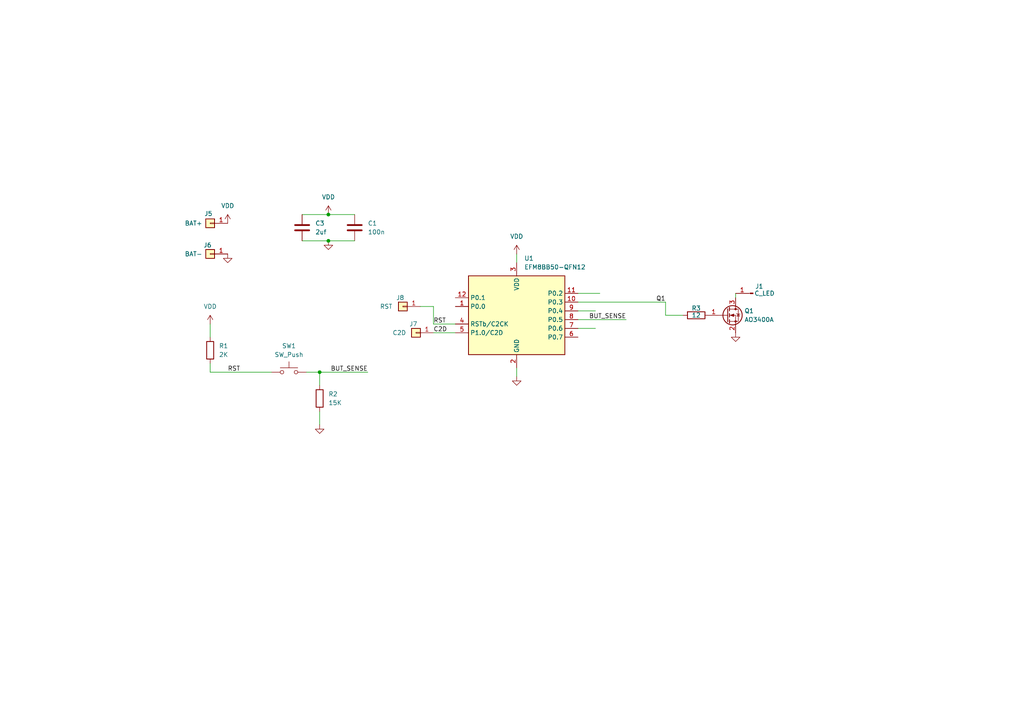
<source format=kicad_sch>
(kicad_sch (version 20231120) (generator "eeschema") (generator_version "8.0")
  (paper "A4")
  (lib_symbols
    (symbol "Connector:Conn_01x01_Pin" (pin_names (offset 1.016) hide)
      (property "Reference" "J" (at 0 2.54 0))
      (property "Value" "Conn_01x01_Pin" (at 0 -2.54 0))
      (symbol "Conn_01x01_Pin_1_1"
        (polyline (pts (xy 1.27 0) (xy 0.8636 0)) (stroke (width 0.1524)))
        (rectangle (start 0.8636 0.127) (end 0 -0.127) (stroke (width 0.1524)) (fill (type outline)))
        (pin passive line (at 5.08 0 180) (length 3.81) (name "Pin_1") (number "1"))
      )
    )
    (symbol "Connector_Generic:Conn_01x01" (pin_names (offset 1.016) hide)
      (property "Reference" "J" (at 0 2.54 0))
      (property "Value" "Conn_01x01" (at 0 -2.54 0))
      (symbol "Conn_01x01_1_1"
        (rectangle (start -1.27 0.127) (end 0 -0.127) (stroke (width 0.1524)))
        (rectangle (start -1.27 1.27) (end 1.27 -1.27) (stroke (width 0.254)) (fill (type background)))
        (pin passive line (at -5.08 0 0) (length 3.81) (name "Pin_1") (number "1"))
      )
    )
    (symbol "Device:C" (pin_numbers hide) (pin_names (offset 0.254))
      (property "Reference" "C" (at 0.635 2.54 0))
      (property "Value" "C" (at 0.635 -2.54 0))
      (symbol "C_0_1"
        (polyline (pts (xy -2.032 -0.762) (xy 2.032 -0.762)) (stroke (width 0.508)))
        (polyline (pts (xy -2.032 0.762) (xy 2.032 0.762)) (stroke (width 0.508)))
      )
      (symbol "C_1_1"
        (pin passive line (at 0 3.81 270) (length 2.794) (name "~") (number "1"))
        (pin passive line (at 0 -3.81 90) (length 2.794) (name "~") (number "2"))
      )
    )
    (symbol "Device:R" (pin_numbers hide) (pin_names (offset 0))
      (property "Reference" "R" (at 2.032 0 90))
      (property "Value" "R" (at 0 0 90))
      (symbol "R_0_1"
        (rectangle (start -1.016 -2.54) (end 1.016 2.54) (stroke (width 0.254)))
      )
      (symbol "R_1_1"
        (pin passive line (at 0 3.81 270) (length 1.27) (name "~") (number "1"))
        (pin passive line (at 0 -3.81 90) (length 1.27) (name "~") (number "2"))
      )
    )
    (symbol "KiCadCustomLibraries:EFM8BB50-QFN12"
      (property "Reference" "U" (at -13.97 15.24 0))
      (property "Value" "EFM8BB50-QFN12" (at 1.27 15.24 0))
      (symbol "EFM8BB50-QFN12_0_1"
        (rectangle (start -13.97 13.97) (end 13.97 -8.89) (stroke (width 0.254)) (fill (type background)))
      )
      (symbol "EFM8BB50-QFN12_1_1"
        (pin bidirectional line (at -17.78 5.08 0) (length 3.81) (name "P0.0") (number "1"))
        (pin bidirectional line (at 17.78 6.35 180) (length 3.81) (name "P0.3") (number "10"))
        (pin bidirectional line (at 17.78 8.89 180) (length 3.81) (name "P0.2") (number "11"))
        (pin bidirectional line (at -17.78 7.62 0) (length 3.81) (name "P0.1") (number "12"))
        (pin power_in line (at 0 -12.7 90) (length 3.81) hide (name "GND") (number "13"))
        (pin power_in line (at 0 -12.7 90) (length 3.81) (name "GND") (number "2"))
        (pin power_in line (at 0 17.78 270) (length 3.81) (name "VDD") (number "3"))
        (pin input line (at -17.78 0 0) (length 3.81) (name "RSTb/C2CK") (number "4"))
        (pin bidirectional line (at -17.78 -2.54 0) (length 3.81) (name "P1.0/C2D") (number "5"))
        (pin bidirectional line (at 17.78 -3.81 180) (length 3.81) (name "P0.7") (number "6"))
        (pin bidirectional line (at 17.78 -1.27 180) (length 3.81) (name "P0.6") (number "7"))
        (pin bidirectional line (at 17.78 1.27 180) (length 3.81) (name "P0.5") (number "8"))
        (pin bidirectional line (at 17.78 3.81 180) (length 3.81) (name "P0.4") (number "9"))
      )
    )
    (symbol "Switch:SW_Push" (pin_numbers hide) (pin_names (offset 1.016) hide)
      (property "Reference" "SW" (at 1.27 2.54 0))
      (property "Value" "SW_Push" (at 0 -1.524 0))
      (symbol "SW_Push_0_1"
        (circle (center -2.032 0) (radius 0.508))
        (polyline (pts (xy 0 1.27) (xy 0 3.048)))
        (polyline (pts (xy 2.54 1.27) (xy -2.54 1.27)))
        (circle (center 2.032 0) (radius 0.508))
        (pin passive line (at -5.08 0 0) (length 2.54) (name "1") (number "1"))
        (pin passive line (at 5.08 0 180) (length 2.54) (name "2") (number "2"))
      )
    )
    (symbol "Transistor_FET:AO3400A" (pin_names hide)
      (property "Reference" "Q" (at 5.08 1.905 0))
      (property "Value" "AO3400A" (at 5.08 0 0))
      (symbol "AO3400A_0_1"
        (polyline (pts (xy 0.254 0) (xy -2.54 0)))
        (polyline (pts (xy 0.254 1.905) (xy 0.254 -1.905)) (stroke (width 0.254)))
        (polyline (pts (xy 0.762 -1.27) (xy 0.762 -2.286)) (stroke (width 0.254)))
        (polyline (pts (xy 0.762 0.508) (xy 0.762 -0.508)) (stroke (width 0.254)))
        (polyline (pts (xy 0.762 2.286) (xy 0.762 1.27)) (stroke (width 0.254)))
        (polyline (pts (xy 2.54 2.54) (xy 2.54 1.778)))
        (polyline (pts (xy 2.54 -2.54) (xy 2.54 0) (xy 0.762 0)))
        (polyline (pts (xy 0.762 -1.778) (xy 3.302 -1.778) (xy 3.302 1.778) (xy 0.762 1.778)))
        (polyline (pts (xy 1.016 0) (xy 2.032 0.381) (xy 2.032 -0.381) (xy 1.016 0)) (fill (type outline)))
        (polyline (pts (xy 2.794 0.508) (xy 2.921 0.381) (xy 3.683 0.381) (xy 3.81 0.254)))
        (polyline (pts (xy 3.302 0.381) (xy 2.921 -0.254) (xy 3.683 -0.254) (xy 3.302 0.381)))
        (circle (center 1.651 0) (radius 2.794) (stroke (width 0.254)))
        (circle (center 2.54 -1.778) (radius 0.254) (fill (type outline)))
        (circle (center 2.54 1.778) (radius 0.254) (fill (type outline)))
      )
      (symbol "AO3400A_1_1"
        (pin input line (at -5.08 0 0) (length 2.54) (name "G") (number "1"))
        (pin passive line (at 2.54 -5.08 90) (length 2.54) (name "S") (number "2"))
        (pin passive line (at 2.54 5.08 270) (length 2.54) (name "D") (number "3"))
      )
    )
    (symbol "power:GND" (power) (pin_numbers hide) (pin_names (offset 0) hide)
      (property "Value" "GND" (at 0 -3.81 0))
      (symbol "GND_0_1"
        (polyline (pts (xy 0 0) (xy 0 -1.27) (xy 1.27 -1.27) (xy 0 -2.54) (xy -1.27 -1.27) (xy 0 -1.27)))
      )
      (symbol "GND_1_1"
        (pin power_in line (at 0 0 270) (length 0) (name "~") (number "1"))
      )
    )
    (symbol "power:VDD" (power) (pin_numbers hide) (pin_names (offset 0) hide)
      (property "Value" "VDD" (at 0 3.556 0))
      (symbol "VDD_0_1"
        (polyline (pts (xy -0.762 1.27) (xy 0 2.54)))
        (polyline (pts (xy 0 0) (xy 0 2.54)))
        (polyline (pts (xy 0 2.54) (xy 0.762 1.27)))
      )
      (symbol "VDD_1_1"
        (pin power_in line (at 0 0 90) (length 0) (name "~") (number "1"))
      )
    )
  )
  (junction (at 95.25 69.85))
  (junction (at 92.71 107.95))
  (junction (at 95.25 62.23))
  (wire (pts (xy 125.73 88.9) (xy 125.73 93.98)))
  (wire (pts (xy 125.73 93.98) (xy 132.08 93.98)))
  (wire (pts (xy 125.73 96.52) (xy 132.08 96.52)))
  (wire (pts (xy 149.86 73.66) (xy 149.86 76.2)))
  (wire (pts (xy 95.25 62.23) (xy 102.87 62.23)))
  (wire (pts (xy 149.86 106.68) (xy 149.86 109.22)))
  (wire (pts (xy 121.92 88.9) (xy 125.73 88.9)))
  (wire (pts (xy 167.64 87.63) (xy 193.04 87.63)))
  (wire (pts (xy 60.96 107.95) (xy 78.74 107.95)))
  (wire (pts (xy 87.63 62.23) (xy 95.25 62.23)))
  (wire (pts (xy 92.71 107.95) (xy 106.68 107.95)))
  (wire (pts (xy 95.25 69.85) (xy 102.87 69.85)))
  (wire (pts (xy 213.36 85.09) (xy 213.36 86.36)))
  (wire (pts (xy 92.71 119.38) (xy 92.71 123.19)))
  (wire (pts (xy 167.64 95.25) (xy 172.72 95.25)))
  (wire (pts (xy 88.9 107.95) (xy 92.71 107.95)))
  (wire (pts (xy 167.64 90.17) (xy 172.72 90.17)))
  (wire (pts (xy 92.71 107.95) (xy 92.71 111.76)))
  (wire (pts (xy 198.12 91.44) (xy 193.04 91.44)))
  (wire (pts (xy 167.64 92.71) (xy 181.61 92.71)))
  (wire (pts (xy 60.96 93.98) (xy 60.96 97.79)))
  (wire (pts (xy 167.64 85.09) (xy 173.99 85.09)))
  (wire (pts (xy 193.04 91.44) (xy 193.04 87.63)))
  (wire (pts (xy 60.96 105.41) (xy 60.96 107.95)))
  (wire (pts (xy 87.63 69.85) (xy 95.25 69.85)))
  (label "RST" (at 125.73 93.98 0))
  (label "RST" (at 66.04 107.95 0))
  (label "BUT_SENSE" (at 106.68 107.95 180))
  (label "BUT_SENSE" (at 181.61 92.71 180))
  (label "Q1" (at 193.04 87.63 180))
  (label "C2D" (at 125.73 96.52 0))
  (symbol (lib_id "power:GND") (at 149.86 109.22 0) (unit 1)
    (property "Reference" "#PWR02" (effects (hide yes)))
    (property "Value" "GND" (effects (hide yes)))
    (property "Description" "Power symbol creates a global label with name \"GND\" , ground" (effects (hide yes)))
  )
  (symbol (lib_id "Switch:SW_Push") (at 83.82 107.95 0) (mirror y) (unit 1)
    (property "Reference" "SW1" (at 83.82 100.33 0))
    (property "Value" "SW_Push" (at 83.82 102.87 0))
    (property "Footprint" "KiCadCustomLibs:Button_TS-018" (effects (hide yes)))
    (property "Description" "Push button switch, generic, two pins" (effects (hide yes)))
  )
  (symbol (lib_id "Device:C") (at 87.63 66.04 0) (unit 1)
    (property "Reference" "C3" (at 91.44 64.7699 0) (effects (justify left)))
    (property "Value" "2uf" (at 91.44 67.3099 0) (effects (justify left)))
    (property "Footprint" "Capacitor_SMD:C_0805_2012Metric" (effects (hide yes)))
    (property "Description" "Unpolarized capacitor" (effects (hide yes)))
  )
  (symbol (lib_id "Connector_Generic:Conn_01x01") (at 120.65 96.52 180) (unit 1)
    (property "Reference" "J7" (at 119.888 93.98 0))
    (property "Value" "C2D" (at 115.824 96.52 0))
    (property "Footprint" "KiCadCustomLibs:Test_PAD_0.6" (effects (hide yes)))
    (property "Description" "Generic connector, single row, 01x01, script generated (kicad-library-utils/schlib/autogen/connector/)" (effects (hide yes)))
  )
  (symbol (lib_id "power:VDD") (at 66.04 64.77 0) (unit 1)
    (property "Reference" "#PWR07" (effects (hide yes)))
    (property "Value" "VDD" (at 66.04 59.69 0))
    (property "Description" "Power symbol creates a global label with name \"VDD\"" (effects (hide yes)))
  )
  (symbol (lib_id "KiCadCustomLibraries:EFM8BB50-QFN12") (at 149.86 93.98 0) (unit 1)
    (property "Reference" "U1" (at 152.0541 74.93 0) (effects (justify left)))
    (property "Value" "EFM8BB50-QFN12" (at 152.0541 77.47 0) (effects (justify left)))
    (property "Footprint" "KiCadCustomLibs:QFN12-2x2" (effects (hide yes)))
  )
  (symbol (lib_id "Transistor_FET:AO3400A") (at 210.82 91.44 0) (unit 1)
    (property "Reference" "Q1" (at 215.9 90.17 0) (effects (justify left)))
    (property "Value" "AO3400A" (at 215.9 92.71 0) (effects (justify left)))
    (property "Footprint" "Package_TO_SOT_SMD:SOT-23" (effects (hide yes)))
    (property "Datasheet" "http://www.aosmd.com/pdfs/datasheet/AO3400A.pdf" (effects (hide yes)))
    (property "Description" "30V Vds, 5.7A Id, N-Channel MOSFET, SOT-23" (effects (hide yes)))
  )
  (symbol (lib_id "power:VDD") (at 95.25 62.23 0) (unit 1)
    (property "Reference" "#PWR09" (effects (hide yes)))
    (property "Value" "VDD" (at 95.25 57.15 0))
    (property "Description" "Power symbol creates a global label with name \"VDD\"" (effects (hide yes)))
  )
  (symbol (lib_id "Connector_Generic:Conn_01x01") (at 60.96 64.77 180) (unit 1)
    (property "Reference" "J5" (at 60.452 61.976 0))
    (property "Value" "BAT+" (at 56.134 64.77 0))
    (property "Footprint" "KiCadCustomLibs:Conn-1pinD1.0mm" (effects (hide yes)))
    (property "Description" "Generic connector, single row, 01x01, script generated (kicad-library-utils/schlib/autogen/connector/)" (effects (hide yes)))
  )
  (symbol (lib_id "Connector_Generic:Conn_01x01") (at 116.84 88.9 180) (unit 1)
    (property "Reference" "J8" (at 116.078 86.36 0))
    (property "Value" "RST" (at 112.014 88.9 0))
    (property "Footprint" "KiCadCustomLibs:Test_PAD_0.6" (effects (hide yes)))
    (property "Description" "Generic connector, single row, 01x01, script generated (kicad-library-utils/schlib/autogen/connector/)" (effects (hide yes)))
  )
  (symbol (lib_id "power:VDD") (at 149.86 73.66 0) (unit 1)
    (property "Reference" "#PWR03" (effects (hide yes)))
    (property "Value" "VDD" (at 149.86 68.58 0))
    (property "Description" "Power symbol creates a global label with name \"VDD\"" (effects (hide yes)))
  )
  (symbol (lib_id "Device:R") (at 92.71 115.57 0) (unit 1)
    (property "Reference" "R2" (at 95.25 114.2999 0) (effects (justify left)))
    (property "Value" "15K" (at 95.25 116.8399 0) (effects (justify left)))
    (property "Footprint" "Resistor_SMD:R_0603_1608Metric" (effects (hide yes)))
    (property "Description" "Resistor" (effects (hide yes)))
  )
  (symbol (lib_id "Connector:Conn_01x01_Pin") (at 218.44 85.09 180) (unit 1)
    (property "Reference" "J1" (at 220.218 83.058 0))
    (property "Value" "C_LED" (at 221.742 85.09 0))
    (property "Footprint" "KiCadCustomLibs:PAD3x6" (effects (hide yes)))
    (property "Description" "Generic connector, single row, 01x01, script generated" (effects (hide yes)))
  )
  (symbol (lib_id "power:GND") (at 66.04 73.66 0) (unit 1)
    (property "Reference" "#PWR04" (effects (hide yes)))
    (property "Value" "GND" (effects (hide yes)))
    (property "Description" "Power symbol creates a global label with name \"GND\" , ground" (effects (hide yes)))
  )
  (symbol (lib_id "power:GND") (at 92.71 123.19 0) (unit 1)
    (property "Reference" "#PWR06" (effects (hide yes)))
    (property "Value" "GND" (effects (hide yes)))
    (property "Description" "Power symbol creates a global label with name \"GND\" , ground" (effects (hide yes)))
  )
  (symbol (lib_id "Device:R") (at 60.96 101.6 0) (unit 1)
    (property "Reference" "R1" (at 63.5 100.3299 0) (effects (justify left)))
    (property "Value" "2K" (at 63.5 102.8699 0) (effects (justify left)))
    (property "Footprint" "Resistor_SMD:R_0603_1608Metric" (effects (hide yes)))
    (property "Description" "Resistor" (effects (hide yes)))
  )
  (symbol (lib_id "power:GND") (at 95.25 69.85 0) (unit 1)
    (property "Reference" "#PWR08" (effects (hide yes)))
    (property "Value" "GND" (effects (hide yes)))
    (property "Description" "Power symbol creates a global label with name \"GND\" , ground" (effects (hide yes)))
  )
  (symbol (lib_id "Device:C") (at 102.87 66.04 0) (unit 1)
    (property "Reference" "C1" (at 106.68 64.7699 0) (effects (justify left)))
    (property "Value" "100n" (at 106.68 67.3099 0) (effects (justify left)))
    (property "Footprint" "KiCadCustomLibs:C_0603" (effects (hide yes)))
    (property "Description" "Unpolarized capacitor" (effects (hide yes)))
  )
  (symbol (lib_id "Device:R") (at 201.93 91.44 90) (unit 1)
    (property "Reference" "R3" (at 201.93 89.408 90))
    (property "Value" "12" (at 201.93 91.44 90))
    (property "Footprint" "Resistor_SMD:R_0603_1608Metric" (effects (hide yes)))
    (property "Description" "Resistor" (effects (hide yes)))
  )
  (symbol (lib_id "Connector_Generic:Conn_01x01") (at 60.96 73.66 180) (unit 1)
    (property "Reference" "J6" (at 60.198 71.12 0))
    (property "Value" "BAT-" (at 56.134 73.66 0))
    (property "Footprint" "KiCadCustomLibs:Conn-1pinD1.0mm" (effects (hide yes)))
    (property "Description" "Generic connector, single row, 01x01, script generated (kicad-library-utils/schlib/autogen/connector/)" (effects (hide yes)))
  )
  (symbol (lib_id "power:GND") (at 213.36 96.52 0) (unit 1)
    (property "Reference" "#PWR01" (effects (hide yes)))
    (property "Value" "GND" (effects (hide yes)))
    (property "Description" "Power symbol creates a global label with name \"GND\" , ground" (effects (hide yes)))
  )
  (symbol (lib_id "power:VDD") (at 60.96 93.98 0) (unit 1)
    (property "Reference" "#PWR05" (effects (hide yes)))
    (property "Value" "VDD" (at 60.96 88.9 0))
    (property "Description" "Power symbol creates a global label with name \"VDD\"" (effects (hide yes)))
  )
)
</source>
